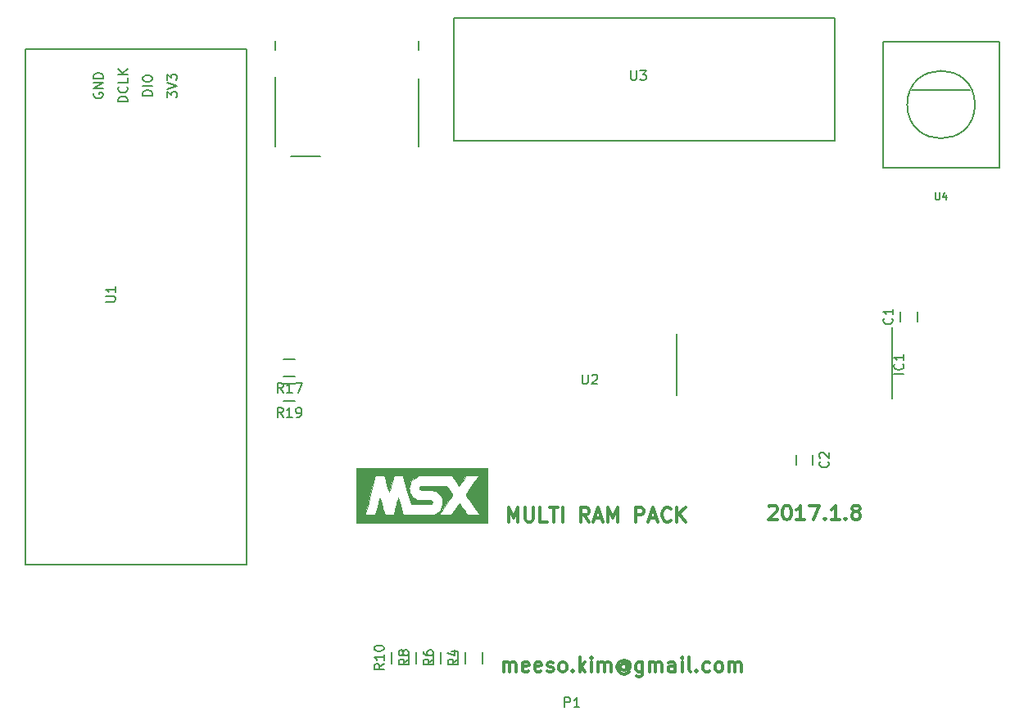
<source format=gto>
G04 #@! TF.FileFunction,Legend,Top*
%FSLAX46Y46*%
G04 Gerber Fmt 4.6, Leading zero omitted, Abs format (unit mm)*
G04 Created by KiCad (PCBNEW 4.0.4-stable) date 01/09/17 01:48:13*
%MOMM*%
%LPD*%
G01*
G04 APERTURE LIST*
%ADD10C,0.100000*%
%ADD11C,0.300000*%
%ADD12C,0.150000*%
%ADD13C,0.203200*%
%ADD14C,0.010000*%
%ADD15C,0.152400*%
G04 APERTURE END LIST*
D10*
D11*
X167675515Y-85478229D02*
X167746944Y-85406800D01*
X167889801Y-85335371D01*
X168246944Y-85335371D01*
X168389801Y-85406800D01*
X168461230Y-85478229D01*
X168532658Y-85621086D01*
X168532658Y-85763943D01*
X168461230Y-85978229D01*
X167604087Y-86835371D01*
X168532658Y-86835371D01*
X169461229Y-85335371D02*
X169604086Y-85335371D01*
X169746943Y-85406800D01*
X169818372Y-85478229D01*
X169889801Y-85621086D01*
X169961229Y-85906800D01*
X169961229Y-86263943D01*
X169889801Y-86549657D01*
X169818372Y-86692514D01*
X169746943Y-86763943D01*
X169604086Y-86835371D01*
X169461229Y-86835371D01*
X169318372Y-86763943D01*
X169246943Y-86692514D01*
X169175515Y-86549657D01*
X169104086Y-86263943D01*
X169104086Y-85906800D01*
X169175515Y-85621086D01*
X169246943Y-85478229D01*
X169318372Y-85406800D01*
X169461229Y-85335371D01*
X171389800Y-86835371D02*
X170532657Y-86835371D01*
X170961229Y-86835371D02*
X170961229Y-85335371D01*
X170818372Y-85549657D01*
X170675514Y-85692514D01*
X170532657Y-85763943D01*
X171889800Y-85335371D02*
X172889800Y-85335371D01*
X172246943Y-86835371D01*
X173461228Y-86692514D02*
X173532656Y-86763943D01*
X173461228Y-86835371D01*
X173389799Y-86763943D01*
X173461228Y-86692514D01*
X173461228Y-86835371D01*
X174961228Y-86835371D02*
X174104085Y-86835371D01*
X174532657Y-86835371D02*
X174532657Y-85335371D01*
X174389800Y-85549657D01*
X174246942Y-85692514D01*
X174104085Y-85763943D01*
X175604085Y-86692514D02*
X175675513Y-86763943D01*
X175604085Y-86835371D01*
X175532656Y-86763943D01*
X175604085Y-86692514D01*
X175604085Y-86835371D01*
X176532657Y-85978229D02*
X176389799Y-85906800D01*
X176318371Y-85835371D01*
X176246942Y-85692514D01*
X176246942Y-85621086D01*
X176318371Y-85478229D01*
X176389799Y-85406800D01*
X176532657Y-85335371D01*
X176818371Y-85335371D01*
X176961228Y-85406800D01*
X177032657Y-85478229D01*
X177104085Y-85621086D01*
X177104085Y-85692514D01*
X177032657Y-85835371D01*
X176961228Y-85906800D01*
X176818371Y-85978229D01*
X176532657Y-85978229D01*
X176389799Y-86049657D01*
X176318371Y-86121086D01*
X176246942Y-86263943D01*
X176246942Y-86549657D01*
X176318371Y-86692514D01*
X176389799Y-86763943D01*
X176532657Y-86835371D01*
X176818371Y-86835371D01*
X176961228Y-86763943D01*
X177032657Y-86692514D01*
X177104085Y-86549657D01*
X177104085Y-86263943D01*
X177032657Y-86121086D01*
X176961228Y-86049657D01*
X176818371Y-85978229D01*
X140266686Y-102557971D02*
X140266686Y-101557971D01*
X140266686Y-101700829D02*
X140338114Y-101629400D01*
X140480972Y-101557971D01*
X140695257Y-101557971D01*
X140838114Y-101629400D01*
X140909543Y-101772257D01*
X140909543Y-102557971D01*
X140909543Y-101772257D02*
X140980972Y-101629400D01*
X141123829Y-101557971D01*
X141338114Y-101557971D01*
X141480972Y-101629400D01*
X141552400Y-101772257D01*
X141552400Y-102557971D01*
X142838114Y-102486543D02*
X142695257Y-102557971D01*
X142409543Y-102557971D01*
X142266686Y-102486543D01*
X142195257Y-102343686D01*
X142195257Y-101772257D01*
X142266686Y-101629400D01*
X142409543Y-101557971D01*
X142695257Y-101557971D01*
X142838114Y-101629400D01*
X142909543Y-101772257D01*
X142909543Y-101915114D01*
X142195257Y-102057971D01*
X144123828Y-102486543D02*
X143980971Y-102557971D01*
X143695257Y-102557971D01*
X143552400Y-102486543D01*
X143480971Y-102343686D01*
X143480971Y-101772257D01*
X143552400Y-101629400D01*
X143695257Y-101557971D01*
X143980971Y-101557971D01*
X144123828Y-101629400D01*
X144195257Y-101772257D01*
X144195257Y-101915114D01*
X143480971Y-102057971D01*
X144766685Y-102486543D02*
X144909542Y-102557971D01*
X145195257Y-102557971D01*
X145338114Y-102486543D01*
X145409542Y-102343686D01*
X145409542Y-102272257D01*
X145338114Y-102129400D01*
X145195257Y-102057971D01*
X144980971Y-102057971D01*
X144838114Y-101986543D01*
X144766685Y-101843686D01*
X144766685Y-101772257D01*
X144838114Y-101629400D01*
X144980971Y-101557971D01*
X145195257Y-101557971D01*
X145338114Y-101629400D01*
X146266686Y-102557971D02*
X146123828Y-102486543D01*
X146052400Y-102415114D01*
X145980971Y-102272257D01*
X145980971Y-101843686D01*
X146052400Y-101700829D01*
X146123828Y-101629400D01*
X146266686Y-101557971D01*
X146480971Y-101557971D01*
X146623828Y-101629400D01*
X146695257Y-101700829D01*
X146766686Y-101843686D01*
X146766686Y-102272257D01*
X146695257Y-102415114D01*
X146623828Y-102486543D01*
X146480971Y-102557971D01*
X146266686Y-102557971D01*
X147409543Y-102415114D02*
X147480971Y-102486543D01*
X147409543Y-102557971D01*
X147338114Y-102486543D01*
X147409543Y-102415114D01*
X147409543Y-102557971D01*
X148123829Y-102557971D02*
X148123829Y-101057971D01*
X148266686Y-101986543D02*
X148695257Y-102557971D01*
X148695257Y-101557971D02*
X148123829Y-102129400D01*
X149338115Y-102557971D02*
X149338115Y-101557971D01*
X149338115Y-101057971D02*
X149266686Y-101129400D01*
X149338115Y-101200829D01*
X149409543Y-101129400D01*
X149338115Y-101057971D01*
X149338115Y-101200829D01*
X150052401Y-102557971D02*
X150052401Y-101557971D01*
X150052401Y-101700829D02*
X150123829Y-101629400D01*
X150266687Y-101557971D01*
X150480972Y-101557971D01*
X150623829Y-101629400D01*
X150695258Y-101772257D01*
X150695258Y-102557971D01*
X150695258Y-101772257D02*
X150766687Y-101629400D01*
X150909544Y-101557971D01*
X151123829Y-101557971D01*
X151266687Y-101629400D01*
X151338115Y-101772257D01*
X151338115Y-102557971D01*
X152980972Y-101843686D02*
X152909544Y-101772257D01*
X152766687Y-101700829D01*
X152623829Y-101700829D01*
X152480972Y-101772257D01*
X152409544Y-101843686D01*
X152338115Y-101986543D01*
X152338115Y-102129400D01*
X152409544Y-102272257D01*
X152480972Y-102343686D01*
X152623829Y-102415114D01*
X152766687Y-102415114D01*
X152909544Y-102343686D01*
X152980972Y-102272257D01*
X152980972Y-101700829D02*
X152980972Y-102272257D01*
X153052401Y-102343686D01*
X153123829Y-102343686D01*
X153266687Y-102272257D01*
X153338115Y-102129400D01*
X153338115Y-101772257D01*
X153195258Y-101557971D01*
X152980972Y-101415114D01*
X152695258Y-101343686D01*
X152409544Y-101415114D01*
X152195258Y-101557971D01*
X152052401Y-101772257D01*
X151980972Y-102057971D01*
X152052401Y-102343686D01*
X152195258Y-102557971D01*
X152409544Y-102700829D01*
X152695258Y-102772257D01*
X152980972Y-102700829D01*
X153195258Y-102557971D01*
X154623829Y-101557971D02*
X154623829Y-102772257D01*
X154552400Y-102915114D01*
X154480972Y-102986543D01*
X154338115Y-103057971D01*
X154123829Y-103057971D01*
X153980972Y-102986543D01*
X154623829Y-102486543D02*
X154480972Y-102557971D01*
X154195258Y-102557971D01*
X154052400Y-102486543D01*
X153980972Y-102415114D01*
X153909543Y-102272257D01*
X153909543Y-101843686D01*
X153980972Y-101700829D01*
X154052400Y-101629400D01*
X154195258Y-101557971D01*
X154480972Y-101557971D01*
X154623829Y-101629400D01*
X155338115Y-102557971D02*
X155338115Y-101557971D01*
X155338115Y-101700829D02*
X155409543Y-101629400D01*
X155552401Y-101557971D01*
X155766686Y-101557971D01*
X155909543Y-101629400D01*
X155980972Y-101772257D01*
X155980972Y-102557971D01*
X155980972Y-101772257D02*
X156052401Y-101629400D01*
X156195258Y-101557971D01*
X156409543Y-101557971D01*
X156552401Y-101629400D01*
X156623829Y-101772257D01*
X156623829Y-102557971D01*
X157980972Y-102557971D02*
X157980972Y-101772257D01*
X157909543Y-101629400D01*
X157766686Y-101557971D01*
X157480972Y-101557971D01*
X157338115Y-101629400D01*
X157980972Y-102486543D02*
X157838115Y-102557971D01*
X157480972Y-102557971D01*
X157338115Y-102486543D01*
X157266686Y-102343686D01*
X157266686Y-102200829D01*
X157338115Y-102057971D01*
X157480972Y-101986543D01*
X157838115Y-101986543D01*
X157980972Y-101915114D01*
X158695258Y-102557971D02*
X158695258Y-101557971D01*
X158695258Y-101057971D02*
X158623829Y-101129400D01*
X158695258Y-101200829D01*
X158766686Y-101129400D01*
X158695258Y-101057971D01*
X158695258Y-101200829D01*
X159623830Y-102557971D02*
X159480972Y-102486543D01*
X159409544Y-102343686D01*
X159409544Y-101057971D01*
X160195258Y-102415114D02*
X160266686Y-102486543D01*
X160195258Y-102557971D01*
X160123829Y-102486543D01*
X160195258Y-102415114D01*
X160195258Y-102557971D01*
X161552401Y-102486543D02*
X161409544Y-102557971D01*
X161123830Y-102557971D01*
X160980972Y-102486543D01*
X160909544Y-102415114D01*
X160838115Y-102272257D01*
X160838115Y-101843686D01*
X160909544Y-101700829D01*
X160980972Y-101629400D01*
X161123830Y-101557971D01*
X161409544Y-101557971D01*
X161552401Y-101629400D01*
X162409544Y-102557971D02*
X162266686Y-102486543D01*
X162195258Y-102415114D01*
X162123829Y-102272257D01*
X162123829Y-101843686D01*
X162195258Y-101700829D01*
X162266686Y-101629400D01*
X162409544Y-101557971D01*
X162623829Y-101557971D01*
X162766686Y-101629400D01*
X162838115Y-101700829D01*
X162909544Y-101843686D01*
X162909544Y-102272257D01*
X162838115Y-102415114D01*
X162766686Y-102486543D01*
X162623829Y-102557971D01*
X162409544Y-102557971D01*
X163552401Y-102557971D02*
X163552401Y-101557971D01*
X163552401Y-101700829D02*
X163623829Y-101629400D01*
X163766687Y-101557971D01*
X163980972Y-101557971D01*
X164123829Y-101629400D01*
X164195258Y-101772257D01*
X164195258Y-102557971D01*
X164195258Y-101772257D02*
X164266687Y-101629400D01*
X164409544Y-101557971D01*
X164623829Y-101557971D01*
X164766687Y-101629400D01*
X164838115Y-101772257D01*
X164838115Y-102557971D01*
X140752857Y-87038571D02*
X140752857Y-85538571D01*
X141252857Y-86610000D01*
X141752857Y-85538571D01*
X141752857Y-87038571D01*
X142467143Y-85538571D02*
X142467143Y-86752857D01*
X142538571Y-86895714D01*
X142610000Y-86967143D01*
X142752857Y-87038571D01*
X143038571Y-87038571D01*
X143181429Y-86967143D01*
X143252857Y-86895714D01*
X143324286Y-86752857D01*
X143324286Y-85538571D01*
X144752858Y-87038571D02*
X144038572Y-87038571D01*
X144038572Y-85538571D01*
X145038572Y-85538571D02*
X145895715Y-85538571D01*
X145467144Y-87038571D02*
X145467144Y-85538571D01*
X146395715Y-87038571D02*
X146395715Y-85538571D01*
X149110001Y-87038571D02*
X148610001Y-86324286D01*
X148252858Y-87038571D02*
X148252858Y-85538571D01*
X148824286Y-85538571D01*
X148967144Y-85610000D01*
X149038572Y-85681429D01*
X149110001Y-85824286D01*
X149110001Y-86038571D01*
X149038572Y-86181429D01*
X148967144Y-86252857D01*
X148824286Y-86324286D01*
X148252858Y-86324286D01*
X149681429Y-86610000D02*
X150395715Y-86610000D01*
X149538572Y-87038571D02*
X150038572Y-85538571D01*
X150538572Y-87038571D01*
X151038572Y-87038571D02*
X151038572Y-85538571D01*
X151538572Y-86610000D01*
X152038572Y-85538571D01*
X152038572Y-87038571D01*
X153895715Y-87038571D02*
X153895715Y-85538571D01*
X154467143Y-85538571D01*
X154610001Y-85610000D01*
X154681429Y-85681429D01*
X154752858Y-85824286D01*
X154752858Y-86038571D01*
X154681429Y-86181429D01*
X154610001Y-86252857D01*
X154467143Y-86324286D01*
X153895715Y-86324286D01*
X155324286Y-86610000D02*
X156038572Y-86610000D01*
X155181429Y-87038571D02*
X155681429Y-85538571D01*
X156181429Y-87038571D01*
X157538572Y-86895714D02*
X157467143Y-86967143D01*
X157252857Y-87038571D01*
X157110000Y-87038571D01*
X156895715Y-86967143D01*
X156752857Y-86824286D01*
X156681429Y-86681429D01*
X156610000Y-86395714D01*
X156610000Y-86181429D01*
X156681429Y-85895714D01*
X156752857Y-85752857D01*
X156895715Y-85610000D01*
X157110000Y-85538571D01*
X157252857Y-85538571D01*
X157467143Y-85610000D01*
X157538572Y-85681429D01*
X158181429Y-87038571D02*
X158181429Y-85538571D01*
X159038572Y-87038571D02*
X158395715Y-86181429D01*
X159038572Y-85538571D02*
X158181429Y-86395714D01*
D12*
X135128000Y-47625000D02*
X135128000Y-34925000D01*
X135128000Y-34925000D02*
X174498000Y-34925000D01*
X174498000Y-34925000D02*
X174498000Y-47625000D01*
X135128000Y-47625000D02*
X174498000Y-47625000D01*
X113665000Y-38100000D02*
X90805000Y-38100000D01*
X90805000Y-91440000D02*
X113665000Y-91440000D01*
X113665000Y-91440000D02*
X113665000Y-38100000D01*
X90805000Y-91440000D02*
X90805000Y-38100000D01*
X131479000Y-37243000D02*
X131479000Y-38243000D01*
X116679000Y-38243000D02*
X116679000Y-37243000D01*
X131479000Y-41143000D02*
X131479000Y-48243000D01*
X116679000Y-48243000D02*
X116679000Y-41043000D01*
X121279000Y-49243000D02*
X118279000Y-49243000D01*
X138035000Y-100492000D02*
X138035000Y-101692000D01*
X136285000Y-101692000D02*
X136285000Y-100492000D01*
X135495000Y-100492000D02*
X135495000Y-101692000D01*
X133745000Y-101692000D02*
X133745000Y-100492000D01*
X132955000Y-100492000D02*
X132955000Y-101692000D01*
X131205000Y-101692000D02*
X131205000Y-100492000D01*
X130415000Y-100492000D02*
X130415000Y-101692000D01*
X128665000Y-101692000D02*
X128665000Y-100492000D01*
D13*
X188470800Y-42365800D02*
X182470800Y-42365800D01*
X188970800Y-43865800D02*
G75*
G03X188970800Y-43865800I-3500000J0D01*
G01*
X191470800Y-50365800D02*
X179470800Y-50365800D01*
X179470800Y-50365800D02*
X179470800Y-37365800D01*
X179470800Y-37365800D02*
X191470800Y-37365800D01*
X191470800Y-37365800D02*
X191470800Y-50365800D01*
D12*
X180417840Y-66877620D02*
X180417840Y-74302620D01*
X158180740Y-67607180D02*
X158180740Y-73957180D01*
X181293400Y-65311400D02*
X181293400Y-66311400D01*
X182993400Y-66311400D02*
X182993400Y-65311400D01*
X172173000Y-81145000D02*
X172173000Y-80145000D01*
X170473000Y-80145000D02*
X170473000Y-81145000D01*
X117510000Y-70245000D02*
X118710000Y-70245000D01*
X118710000Y-71995000D02*
X117510000Y-71995000D01*
X117510000Y-72785000D02*
X118710000Y-72785000D01*
X118710000Y-74535000D02*
X117510000Y-74535000D01*
D14*
G36*
X138599333Y-87113533D02*
X125052667Y-87113533D01*
X125052667Y-86256283D01*
X125951541Y-86256283D01*
X125963332Y-86278982D01*
X126024308Y-86294602D01*
X126144355Y-86304134D01*
X126333359Y-86308570D01*
X126478934Y-86309200D01*
X127025260Y-86309200D01*
X127234880Y-85441935D01*
X127298068Y-85184611D01*
X127355715Y-84957582D01*
X127404608Y-84772879D01*
X127441536Y-84642535D01*
X127463285Y-84578584D01*
X127466586Y-84574101D01*
X127484903Y-84612426D01*
X127520564Y-84718324D01*
X127569136Y-84877550D01*
X127626184Y-85075860D01*
X127654188Y-85176783D01*
X127720618Y-85417256D01*
X127786653Y-85653438D01*
X127845565Y-85861448D01*
X127890626Y-86017406D01*
X127898686Y-86044616D01*
X127977667Y-86309200D01*
X128441333Y-86309200D01*
X128628041Y-86308298D01*
X128778820Y-86305856D01*
X128876542Y-86302262D01*
X128905096Y-86298616D01*
X128915705Y-86251327D01*
X128944719Y-86137903D01*
X128988169Y-85972951D01*
X129042089Y-85771078D01*
X129102511Y-85546892D01*
X129165467Y-85314998D01*
X129226991Y-85090005D01*
X129283114Y-84886519D01*
X129329869Y-84719148D01*
X129363289Y-84602498D01*
X129379406Y-84551176D01*
X129380020Y-84550068D01*
X129394834Y-84584420D01*
X129427693Y-84689113D01*
X129475256Y-84852568D01*
X129534185Y-85063204D01*
X129601141Y-85309441D01*
X129628387Y-85411414D01*
X129861481Y-86288033D01*
X131445490Y-86299141D01*
X133029498Y-86310248D01*
X133249462Y-86202630D01*
X133524523Y-86023960D01*
X133736747Y-85791262D01*
X133881639Y-85511863D01*
X133954707Y-85193087D01*
X133962957Y-85039200D01*
X133926164Y-84707097D01*
X133813724Y-84412966D01*
X133625451Y-84156387D01*
X133535775Y-84070218D01*
X133402468Y-83963597D01*
X133268811Y-83884835D01*
X133118860Y-83829985D01*
X132936673Y-83795105D01*
X132706307Y-83776248D01*
X132411819Y-83769470D01*
X132319209Y-83769199D01*
X132039698Y-83766455D01*
X131833907Y-83756060D01*
X131691003Y-83734771D01*
X131600155Y-83699346D01*
X131550529Y-83646541D01*
X131531294Y-83573114D01*
X131529666Y-83532829D01*
X131531642Y-83472313D01*
X131543045Y-83423506D01*
X131572094Y-83385149D01*
X131627006Y-83355983D01*
X131715998Y-83334751D01*
X131847288Y-83320193D01*
X132029092Y-83311051D01*
X132269628Y-83306066D01*
X132577114Y-83303981D01*
X132959765Y-83303536D01*
X133026813Y-83303533D01*
X134390913Y-83303533D01*
X134698430Y-83753390D01*
X134814422Y-83930052D01*
X134906020Y-84083200D01*
X134965100Y-84198267D01*
X134983540Y-84260687D01*
X134982851Y-84263434D01*
X134953338Y-84312740D01*
X134881587Y-84421807D01*
X134774060Y-84581135D01*
X134637221Y-84781225D01*
X134477530Y-85012579D01*
X134301452Y-85265699D01*
X134281878Y-85293723D01*
X134105929Y-85546301D01*
X133946967Y-85775992D01*
X133811163Y-85973757D01*
X133704690Y-86130555D01*
X133633720Y-86237349D01*
X133604425Y-86285097D01*
X133604000Y-86286513D01*
X133643878Y-86294454D01*
X133753696Y-86301181D01*
X133918732Y-86306163D01*
X134124261Y-86308867D01*
X134231227Y-86309200D01*
X134858455Y-86309200D01*
X135672237Y-85116442D01*
X135900171Y-85427071D01*
X136036225Y-85613778D01*
X136184582Y-85819372D01*
X136315832Y-86003072D01*
X136330268Y-86023450D01*
X136532432Y-86309199D01*
X137142549Y-86309200D01*
X137358875Y-86307469D01*
X137541458Y-86302711D01*
X137675372Y-86295572D01*
X137745687Y-86286702D01*
X137752667Y-86282704D01*
X137729187Y-86242600D01*
X137662868Y-86142457D01*
X137559890Y-85991266D01*
X137426433Y-85798023D01*
X137268677Y-85571719D01*
X137092804Y-85321348D01*
X137061724Y-85277288D01*
X136881817Y-85022112D01*
X136717287Y-84788205D01*
X136574643Y-84584863D01*
X136460394Y-84421382D01*
X136381048Y-84307059D01*
X136343114Y-84251188D01*
X136341411Y-84248447D01*
X136357018Y-84200909D01*
X136417862Y-84092955D01*
X136518945Y-83932322D01*
X136655266Y-83726745D01*
X136821825Y-83483960D01*
X136990021Y-83244860D01*
X137166962Y-82995170D01*
X137326682Y-82768245D01*
X137462903Y-82573132D01*
X137569344Y-82418878D01*
X137639724Y-82314529D01*
X137667766Y-82269131D01*
X137668000Y-82268196D01*
X137628128Y-82260221D01*
X137518350Y-82253642D01*
X137353423Y-82248969D01*
X137148101Y-82246711D01*
X137043583Y-82246625D01*
X136419167Y-82248051D01*
X136130756Y-82662016D01*
X136007792Y-82837040D01*
X135893426Y-82997201D01*
X135801369Y-83123452D01*
X135749756Y-83191308D01*
X135657167Y-83306634D01*
X135276167Y-82775348D01*
X134895167Y-82244061D01*
X133201833Y-82255213D01*
X131508500Y-82266366D01*
X131270586Y-82377921D01*
X130970350Y-82554919D01*
X130745153Y-82770310D01*
X130593362Y-83026570D01*
X130513348Y-83326171D01*
X130499063Y-83548032D01*
X130505573Y-83729570D01*
X130530473Y-83871339D01*
X130583850Y-84014333D01*
X130644433Y-84138821D01*
X130814619Y-84400650D01*
X131021775Y-84598805D01*
X131256136Y-84724432D01*
X131308486Y-84740935D01*
X131405947Y-84756323D01*
X131568730Y-84769378D01*
X131777500Y-84779057D01*
X132012920Y-84784316D01*
X132124450Y-84784963D01*
X132416176Y-84787919D01*
X132628039Y-84796770D01*
X132764661Y-84811848D01*
X132830662Y-84833485D01*
X132833533Y-84836000D01*
X132878497Y-84928500D01*
X132882836Y-85047860D01*
X132849875Y-85156021D01*
X132801037Y-85207799D01*
X132726845Y-85223146D01*
X132572119Y-85234230D01*
X132340888Y-85240933D01*
X132037185Y-85243131D01*
X131694255Y-85241039D01*
X130670768Y-85229700D01*
X130295642Y-83896200D01*
X130203003Y-83566784D01*
X130115951Y-83257043D01*
X130037610Y-82978103D01*
X129971101Y-82741089D01*
X129919547Y-82557124D01*
X129886070Y-82437334D01*
X129876413Y-82402538D01*
X129832309Y-82242376D01*
X128928057Y-82266366D01*
X128692953Y-83070700D01*
X128619485Y-83321269D01*
X128553122Y-83546145D01*
X128497874Y-83731849D01*
X128457754Y-83864905D01*
X128436774Y-83931837D01*
X128435693Y-83934895D01*
X128418319Y-83914915D01*
X128382763Y-83824311D01*
X128332715Y-83674254D01*
X128271866Y-83475912D01*
X128203904Y-83240455D01*
X128190941Y-83194062D01*
X128120958Y-82942460D01*
X128057772Y-82715553D01*
X128005258Y-82527233D01*
X127967290Y-82391391D01*
X127947743Y-82321919D01*
X127946987Y-82319283D01*
X127928238Y-82286788D01*
X127884462Y-82265333D01*
X127800851Y-82252718D01*
X127662594Y-82246741D01*
X127454883Y-82245200D01*
X126971549Y-82245200D01*
X126471011Y-84224283D01*
X126370613Y-84620806D01*
X126276162Y-84992986D01*
X126189755Y-85332624D01*
X126113487Y-85631522D01*
X126049455Y-85881480D01*
X125999754Y-86074299D01*
X125966481Y-86201782D01*
X125951731Y-86255728D01*
X125951541Y-86256283D01*
X125052667Y-86256283D01*
X125052667Y-81483200D01*
X138599333Y-81483200D01*
X138599333Y-87113533D01*
X138599333Y-87113533D01*
G37*
X138599333Y-87113533D02*
X125052667Y-87113533D01*
X125052667Y-86256283D01*
X125951541Y-86256283D01*
X125963332Y-86278982D01*
X126024308Y-86294602D01*
X126144355Y-86304134D01*
X126333359Y-86308570D01*
X126478934Y-86309200D01*
X127025260Y-86309200D01*
X127234880Y-85441935D01*
X127298068Y-85184611D01*
X127355715Y-84957582D01*
X127404608Y-84772879D01*
X127441536Y-84642535D01*
X127463285Y-84578584D01*
X127466586Y-84574101D01*
X127484903Y-84612426D01*
X127520564Y-84718324D01*
X127569136Y-84877550D01*
X127626184Y-85075860D01*
X127654188Y-85176783D01*
X127720618Y-85417256D01*
X127786653Y-85653438D01*
X127845565Y-85861448D01*
X127890626Y-86017406D01*
X127898686Y-86044616D01*
X127977667Y-86309200D01*
X128441333Y-86309200D01*
X128628041Y-86308298D01*
X128778820Y-86305856D01*
X128876542Y-86302262D01*
X128905096Y-86298616D01*
X128915705Y-86251327D01*
X128944719Y-86137903D01*
X128988169Y-85972951D01*
X129042089Y-85771078D01*
X129102511Y-85546892D01*
X129165467Y-85314998D01*
X129226991Y-85090005D01*
X129283114Y-84886519D01*
X129329869Y-84719148D01*
X129363289Y-84602498D01*
X129379406Y-84551176D01*
X129380020Y-84550068D01*
X129394834Y-84584420D01*
X129427693Y-84689113D01*
X129475256Y-84852568D01*
X129534185Y-85063204D01*
X129601141Y-85309441D01*
X129628387Y-85411414D01*
X129861481Y-86288033D01*
X131445490Y-86299141D01*
X133029498Y-86310248D01*
X133249462Y-86202630D01*
X133524523Y-86023960D01*
X133736747Y-85791262D01*
X133881639Y-85511863D01*
X133954707Y-85193087D01*
X133962957Y-85039200D01*
X133926164Y-84707097D01*
X133813724Y-84412966D01*
X133625451Y-84156387D01*
X133535775Y-84070218D01*
X133402468Y-83963597D01*
X133268811Y-83884835D01*
X133118860Y-83829985D01*
X132936673Y-83795105D01*
X132706307Y-83776248D01*
X132411819Y-83769470D01*
X132319209Y-83769199D01*
X132039698Y-83766455D01*
X131833907Y-83756060D01*
X131691003Y-83734771D01*
X131600155Y-83699346D01*
X131550529Y-83646541D01*
X131531294Y-83573114D01*
X131529666Y-83532829D01*
X131531642Y-83472313D01*
X131543045Y-83423506D01*
X131572094Y-83385149D01*
X131627006Y-83355983D01*
X131715998Y-83334751D01*
X131847288Y-83320193D01*
X132029092Y-83311051D01*
X132269628Y-83306066D01*
X132577114Y-83303981D01*
X132959765Y-83303536D01*
X133026813Y-83303533D01*
X134390913Y-83303533D01*
X134698430Y-83753390D01*
X134814422Y-83930052D01*
X134906020Y-84083200D01*
X134965100Y-84198267D01*
X134983540Y-84260687D01*
X134982851Y-84263434D01*
X134953338Y-84312740D01*
X134881587Y-84421807D01*
X134774060Y-84581135D01*
X134637221Y-84781225D01*
X134477530Y-85012579D01*
X134301452Y-85265699D01*
X134281878Y-85293723D01*
X134105929Y-85546301D01*
X133946967Y-85775992D01*
X133811163Y-85973757D01*
X133704690Y-86130555D01*
X133633720Y-86237349D01*
X133604425Y-86285097D01*
X133604000Y-86286513D01*
X133643878Y-86294454D01*
X133753696Y-86301181D01*
X133918732Y-86306163D01*
X134124261Y-86308867D01*
X134231227Y-86309200D01*
X134858455Y-86309200D01*
X135672237Y-85116442D01*
X135900171Y-85427071D01*
X136036225Y-85613778D01*
X136184582Y-85819372D01*
X136315832Y-86003072D01*
X136330268Y-86023450D01*
X136532432Y-86309199D01*
X137142549Y-86309200D01*
X137358875Y-86307469D01*
X137541458Y-86302711D01*
X137675372Y-86295572D01*
X137745687Y-86286702D01*
X137752667Y-86282704D01*
X137729187Y-86242600D01*
X137662868Y-86142457D01*
X137559890Y-85991266D01*
X137426433Y-85798023D01*
X137268677Y-85571719D01*
X137092804Y-85321348D01*
X137061724Y-85277288D01*
X136881817Y-85022112D01*
X136717287Y-84788205D01*
X136574643Y-84584863D01*
X136460394Y-84421382D01*
X136381048Y-84307059D01*
X136343114Y-84251188D01*
X136341411Y-84248447D01*
X136357018Y-84200909D01*
X136417862Y-84092955D01*
X136518945Y-83932322D01*
X136655266Y-83726745D01*
X136821825Y-83483960D01*
X136990021Y-83244860D01*
X137166962Y-82995170D01*
X137326682Y-82768245D01*
X137462903Y-82573132D01*
X137569344Y-82418878D01*
X137639724Y-82314529D01*
X137667766Y-82269131D01*
X137668000Y-82268196D01*
X137628128Y-82260221D01*
X137518350Y-82253642D01*
X137353423Y-82248969D01*
X137148101Y-82246711D01*
X137043583Y-82246625D01*
X136419167Y-82248051D01*
X136130756Y-82662016D01*
X136007792Y-82837040D01*
X135893426Y-82997201D01*
X135801369Y-83123452D01*
X135749756Y-83191308D01*
X135657167Y-83306634D01*
X135276167Y-82775348D01*
X134895167Y-82244061D01*
X133201833Y-82255213D01*
X131508500Y-82266366D01*
X131270586Y-82377921D01*
X130970350Y-82554919D01*
X130745153Y-82770310D01*
X130593362Y-83026570D01*
X130513348Y-83326171D01*
X130499063Y-83548032D01*
X130505573Y-83729570D01*
X130530473Y-83871339D01*
X130583850Y-84014333D01*
X130644433Y-84138821D01*
X130814619Y-84400650D01*
X131021775Y-84598805D01*
X131256136Y-84724432D01*
X131308486Y-84740935D01*
X131405947Y-84756323D01*
X131568730Y-84769378D01*
X131777500Y-84779057D01*
X132012920Y-84784316D01*
X132124450Y-84784963D01*
X132416176Y-84787919D01*
X132628039Y-84796770D01*
X132764661Y-84811848D01*
X132830662Y-84833485D01*
X132833533Y-84836000D01*
X132878497Y-84928500D01*
X132882836Y-85047860D01*
X132849875Y-85156021D01*
X132801037Y-85207799D01*
X132726845Y-85223146D01*
X132572119Y-85234230D01*
X132340888Y-85240933D01*
X132037185Y-85243131D01*
X131694255Y-85241039D01*
X130670768Y-85229700D01*
X130295642Y-83896200D01*
X130203003Y-83566784D01*
X130115951Y-83257043D01*
X130037610Y-82978103D01*
X129971101Y-82741089D01*
X129919547Y-82557124D01*
X129886070Y-82437334D01*
X129876413Y-82402538D01*
X129832309Y-82242376D01*
X128928057Y-82266366D01*
X128692953Y-83070700D01*
X128619485Y-83321269D01*
X128553122Y-83546145D01*
X128497874Y-83731849D01*
X128457754Y-83864905D01*
X128436774Y-83931837D01*
X128435693Y-83934895D01*
X128418319Y-83914915D01*
X128382763Y-83824311D01*
X128332715Y-83674254D01*
X128271866Y-83475912D01*
X128203904Y-83240455D01*
X128190941Y-83194062D01*
X128120958Y-82942460D01*
X128057772Y-82715553D01*
X128005258Y-82527233D01*
X127967290Y-82391391D01*
X127947743Y-82321919D01*
X127946987Y-82319283D01*
X127928238Y-82286788D01*
X127884462Y-82265333D01*
X127800851Y-82252718D01*
X127662594Y-82246741D01*
X127454883Y-82245200D01*
X126971549Y-82245200D01*
X126471011Y-84224283D01*
X126370613Y-84620806D01*
X126276162Y-84992986D01*
X126189755Y-85332624D01*
X126113487Y-85631522D01*
X126049455Y-85881480D01*
X125999754Y-86074299D01*
X125966481Y-86201782D01*
X125951731Y-86255728D01*
X125951541Y-86256283D01*
X125052667Y-86256283D01*
X125052667Y-81483200D01*
X138599333Y-81483200D01*
X138599333Y-87113533D01*
D12*
X153416095Y-40346381D02*
X153416095Y-41155905D01*
X153463714Y-41251143D01*
X153511333Y-41298762D01*
X153606571Y-41346381D01*
X153797048Y-41346381D01*
X153892286Y-41298762D01*
X153939905Y-41251143D01*
X153987524Y-41155905D01*
X153987524Y-40346381D01*
X154368476Y-40346381D02*
X154987524Y-40346381D01*
X154654190Y-40727333D01*
X154797048Y-40727333D01*
X154892286Y-40774952D01*
X154939905Y-40822571D01*
X154987524Y-40917810D01*
X154987524Y-41155905D01*
X154939905Y-41251143D01*
X154892286Y-41298762D01*
X154797048Y-41346381D01*
X154511333Y-41346381D01*
X154416095Y-41298762D01*
X154368476Y-41251143D01*
X146571745Y-106199821D02*
X146571745Y-105199821D01*
X146952698Y-105199821D01*
X147047936Y-105247440D01*
X147095555Y-105295059D01*
X147143174Y-105390297D01*
X147143174Y-105533154D01*
X147095555Y-105628392D01*
X147047936Y-105676011D01*
X146952698Y-105723630D01*
X146571745Y-105723630D01*
X148095555Y-106199821D02*
X147524126Y-106199821D01*
X147809840Y-106199821D02*
X147809840Y-105199821D01*
X147714602Y-105342678D01*
X147619364Y-105437916D01*
X147524126Y-105485535D01*
X148386895Y-71791581D02*
X148386895Y-72601105D01*
X148434514Y-72696343D01*
X148482133Y-72743962D01*
X148577371Y-72791581D01*
X148767848Y-72791581D01*
X148863086Y-72743962D01*
X148910705Y-72696343D01*
X148958324Y-72601105D01*
X148958324Y-71791581D01*
X149386895Y-71886819D02*
X149434514Y-71839200D01*
X149529752Y-71791581D01*
X149767848Y-71791581D01*
X149863086Y-71839200D01*
X149910705Y-71886819D01*
X149958324Y-71982057D01*
X149958324Y-72077295D01*
X149910705Y-72220152D01*
X149339276Y-72791581D01*
X149958324Y-72791581D01*
X99147381Y-64261905D02*
X99956905Y-64261905D01*
X100052143Y-64214286D01*
X100099762Y-64166667D01*
X100147381Y-64071429D01*
X100147381Y-63880952D01*
X100099762Y-63785714D01*
X100052143Y-63738095D01*
X99956905Y-63690476D01*
X99147381Y-63690476D01*
X100147381Y-62690476D02*
X100147381Y-63261905D01*
X100147381Y-62976191D02*
X99147381Y-62976191D01*
X99290238Y-63071429D01*
X99385476Y-63166667D01*
X99433095Y-63261905D01*
X105497381Y-43148095D02*
X105497381Y-42529047D01*
X105878333Y-42862381D01*
X105878333Y-42719523D01*
X105925952Y-42624285D01*
X105973571Y-42576666D01*
X106068810Y-42529047D01*
X106306905Y-42529047D01*
X106402143Y-42576666D01*
X106449762Y-42624285D01*
X106497381Y-42719523D01*
X106497381Y-43005238D01*
X106449762Y-43100476D01*
X106402143Y-43148095D01*
X105497381Y-42243333D02*
X106497381Y-41910000D01*
X105497381Y-41576666D01*
X105497381Y-41338571D02*
X105497381Y-40719523D01*
X105878333Y-41052857D01*
X105878333Y-40909999D01*
X105925952Y-40814761D01*
X105973571Y-40767142D01*
X106068810Y-40719523D01*
X106306905Y-40719523D01*
X106402143Y-40767142D01*
X106449762Y-40814761D01*
X106497381Y-40909999D01*
X106497381Y-41195714D01*
X106449762Y-41290952D01*
X106402143Y-41338571D01*
X103957381Y-42933809D02*
X102957381Y-42933809D01*
X102957381Y-42695714D01*
X103005000Y-42552856D01*
X103100238Y-42457618D01*
X103195476Y-42409999D01*
X103385952Y-42362380D01*
X103528810Y-42362380D01*
X103719286Y-42409999D01*
X103814524Y-42457618D01*
X103909762Y-42552856D01*
X103957381Y-42695714D01*
X103957381Y-42933809D01*
X103957381Y-41933809D02*
X102957381Y-41933809D01*
X102957381Y-41267143D02*
X102957381Y-41076666D01*
X103005000Y-40981428D01*
X103100238Y-40886190D01*
X103290714Y-40838571D01*
X103624048Y-40838571D01*
X103814524Y-40886190D01*
X103909762Y-40981428D01*
X103957381Y-41076666D01*
X103957381Y-41267143D01*
X103909762Y-41362381D01*
X103814524Y-41457619D01*
X103624048Y-41505238D01*
X103290714Y-41505238D01*
X103100238Y-41457619D01*
X103005000Y-41362381D01*
X102957381Y-41267143D01*
X101417381Y-43576667D02*
X100417381Y-43576667D01*
X100417381Y-43338572D01*
X100465000Y-43195714D01*
X100560238Y-43100476D01*
X100655476Y-43052857D01*
X100845952Y-43005238D01*
X100988810Y-43005238D01*
X101179286Y-43052857D01*
X101274524Y-43100476D01*
X101369762Y-43195714D01*
X101417381Y-43338572D01*
X101417381Y-43576667D01*
X101322143Y-42005238D02*
X101369762Y-42052857D01*
X101417381Y-42195714D01*
X101417381Y-42290952D01*
X101369762Y-42433810D01*
X101274524Y-42529048D01*
X101179286Y-42576667D01*
X100988810Y-42624286D01*
X100845952Y-42624286D01*
X100655476Y-42576667D01*
X100560238Y-42529048D01*
X100465000Y-42433810D01*
X100417381Y-42290952D01*
X100417381Y-42195714D01*
X100465000Y-42052857D01*
X100512619Y-42005238D01*
X101417381Y-41100476D02*
X101417381Y-41576667D01*
X100417381Y-41576667D01*
X101417381Y-40767143D02*
X100417381Y-40767143D01*
X101417381Y-40195714D02*
X100845952Y-40624286D01*
X100417381Y-40195714D02*
X100988810Y-40767143D01*
X97925000Y-42671904D02*
X97877381Y-42767142D01*
X97877381Y-42909999D01*
X97925000Y-43052857D01*
X98020238Y-43148095D01*
X98115476Y-43195714D01*
X98305952Y-43243333D01*
X98448810Y-43243333D01*
X98639286Y-43195714D01*
X98734524Y-43148095D01*
X98829762Y-43052857D01*
X98877381Y-42909999D01*
X98877381Y-42814761D01*
X98829762Y-42671904D01*
X98782143Y-42624285D01*
X98448810Y-42624285D01*
X98448810Y-42814761D01*
X98877381Y-42195714D02*
X97877381Y-42195714D01*
X98877381Y-41624285D01*
X97877381Y-41624285D01*
X98877381Y-41148095D02*
X97877381Y-41148095D01*
X97877381Y-40910000D01*
X97925000Y-40767142D01*
X98020238Y-40671904D01*
X98115476Y-40624285D01*
X98305952Y-40576666D01*
X98448810Y-40576666D01*
X98639286Y-40624285D01*
X98734524Y-40671904D01*
X98829762Y-40767142D01*
X98877381Y-40910000D01*
X98877381Y-41148095D01*
X135512381Y-101258666D02*
X135036190Y-101592000D01*
X135512381Y-101830095D02*
X134512381Y-101830095D01*
X134512381Y-101449142D01*
X134560000Y-101353904D01*
X134607619Y-101306285D01*
X134702857Y-101258666D01*
X134845714Y-101258666D01*
X134940952Y-101306285D01*
X134988571Y-101353904D01*
X135036190Y-101449142D01*
X135036190Y-101830095D01*
X134845714Y-100401523D02*
X135512381Y-100401523D01*
X134464762Y-100639619D02*
X135179048Y-100877714D01*
X135179048Y-100258666D01*
X132972381Y-101258666D02*
X132496190Y-101592000D01*
X132972381Y-101830095D02*
X131972381Y-101830095D01*
X131972381Y-101449142D01*
X132020000Y-101353904D01*
X132067619Y-101306285D01*
X132162857Y-101258666D01*
X132305714Y-101258666D01*
X132400952Y-101306285D01*
X132448571Y-101353904D01*
X132496190Y-101449142D01*
X132496190Y-101830095D01*
X131972381Y-100401523D02*
X131972381Y-100592000D01*
X132020000Y-100687238D01*
X132067619Y-100734857D01*
X132210476Y-100830095D01*
X132400952Y-100877714D01*
X132781905Y-100877714D01*
X132877143Y-100830095D01*
X132924762Y-100782476D01*
X132972381Y-100687238D01*
X132972381Y-100496761D01*
X132924762Y-100401523D01*
X132877143Y-100353904D01*
X132781905Y-100306285D01*
X132543810Y-100306285D01*
X132448571Y-100353904D01*
X132400952Y-100401523D01*
X132353333Y-100496761D01*
X132353333Y-100687238D01*
X132400952Y-100782476D01*
X132448571Y-100830095D01*
X132543810Y-100877714D01*
X130432381Y-101258666D02*
X129956190Y-101592000D01*
X130432381Y-101830095D02*
X129432381Y-101830095D01*
X129432381Y-101449142D01*
X129480000Y-101353904D01*
X129527619Y-101306285D01*
X129622857Y-101258666D01*
X129765714Y-101258666D01*
X129860952Y-101306285D01*
X129908571Y-101353904D01*
X129956190Y-101449142D01*
X129956190Y-101830095D01*
X129860952Y-100687238D02*
X129813333Y-100782476D01*
X129765714Y-100830095D01*
X129670476Y-100877714D01*
X129622857Y-100877714D01*
X129527619Y-100830095D01*
X129480000Y-100782476D01*
X129432381Y-100687238D01*
X129432381Y-100496761D01*
X129480000Y-100401523D01*
X129527619Y-100353904D01*
X129622857Y-100306285D01*
X129670476Y-100306285D01*
X129765714Y-100353904D01*
X129813333Y-100401523D01*
X129860952Y-100496761D01*
X129860952Y-100687238D01*
X129908571Y-100782476D01*
X129956190Y-100830095D01*
X130051429Y-100877714D01*
X130241905Y-100877714D01*
X130337143Y-100830095D01*
X130384762Y-100782476D01*
X130432381Y-100687238D01*
X130432381Y-100496761D01*
X130384762Y-100401523D01*
X130337143Y-100353904D01*
X130241905Y-100306285D01*
X130051429Y-100306285D01*
X129956190Y-100353904D01*
X129908571Y-100401523D01*
X129860952Y-100496761D01*
X127892381Y-101734857D02*
X127416190Y-102068191D01*
X127892381Y-102306286D02*
X126892381Y-102306286D01*
X126892381Y-101925333D01*
X126940000Y-101830095D01*
X126987619Y-101782476D01*
X127082857Y-101734857D01*
X127225714Y-101734857D01*
X127320952Y-101782476D01*
X127368571Y-101830095D01*
X127416190Y-101925333D01*
X127416190Y-102306286D01*
X127892381Y-100782476D02*
X127892381Y-101353905D01*
X127892381Y-101068191D02*
X126892381Y-101068191D01*
X127035238Y-101163429D01*
X127130476Y-101258667D01*
X127178095Y-101353905D01*
X126892381Y-100163429D02*
X126892381Y-100068190D01*
X126940000Y-99972952D01*
X126987619Y-99925333D01*
X127082857Y-99877714D01*
X127273333Y-99830095D01*
X127511429Y-99830095D01*
X127701905Y-99877714D01*
X127797143Y-99925333D01*
X127844762Y-99972952D01*
X127892381Y-100068190D01*
X127892381Y-100163429D01*
X127844762Y-100258667D01*
X127797143Y-100306286D01*
X127701905Y-100353905D01*
X127511429Y-100401524D01*
X127273333Y-100401524D01*
X127082857Y-100353905D01*
X126987619Y-100306286D01*
X126940000Y-100258667D01*
X126892381Y-100163429D01*
D15*
X184890229Y-52948514D02*
X184890229Y-53565371D01*
X184926514Y-53637943D01*
X184962800Y-53674229D01*
X185035371Y-53710514D01*
X185180514Y-53710514D01*
X185253086Y-53674229D01*
X185289371Y-53637943D01*
X185325657Y-53565371D01*
X185325657Y-52948514D01*
X186015086Y-53202514D02*
X186015086Y-53710514D01*
X185833657Y-52912229D02*
X185652229Y-53456514D01*
X186123943Y-53456514D01*
D12*
X181610261Y-71740590D02*
X180610261Y-71740590D01*
X181515023Y-70692971D02*
X181562642Y-70740590D01*
X181610261Y-70883447D01*
X181610261Y-70978685D01*
X181562642Y-71121543D01*
X181467404Y-71216781D01*
X181372166Y-71264400D01*
X181181690Y-71312019D01*
X181038832Y-71312019D01*
X180848356Y-71264400D01*
X180753118Y-71216781D01*
X180657880Y-71121543D01*
X180610261Y-70978685D01*
X180610261Y-70883447D01*
X180657880Y-70740590D01*
X180705499Y-70692971D01*
X181610261Y-69740590D02*
X181610261Y-70312019D01*
X181610261Y-70026305D02*
X180610261Y-70026305D01*
X180753118Y-70121543D01*
X180848356Y-70216781D01*
X180895975Y-70312019D01*
X180400543Y-65978066D02*
X180448162Y-66025685D01*
X180495781Y-66168542D01*
X180495781Y-66263780D01*
X180448162Y-66406638D01*
X180352924Y-66501876D01*
X180257686Y-66549495D01*
X180067210Y-66597114D01*
X179924352Y-66597114D01*
X179733876Y-66549495D01*
X179638638Y-66501876D01*
X179543400Y-66406638D01*
X179495781Y-66263780D01*
X179495781Y-66168542D01*
X179543400Y-66025685D01*
X179591019Y-65978066D01*
X180495781Y-65025685D02*
X180495781Y-65597114D01*
X180495781Y-65311400D02*
X179495781Y-65311400D01*
X179638638Y-65406638D01*
X179733876Y-65501876D01*
X179781495Y-65597114D01*
X173780143Y-80811666D02*
X173827762Y-80859285D01*
X173875381Y-81002142D01*
X173875381Y-81097380D01*
X173827762Y-81240238D01*
X173732524Y-81335476D01*
X173637286Y-81383095D01*
X173446810Y-81430714D01*
X173303952Y-81430714D01*
X173113476Y-81383095D01*
X173018238Y-81335476D01*
X172923000Y-81240238D01*
X172875381Y-81097380D01*
X172875381Y-81002142D01*
X172923000Y-80859285D01*
X172970619Y-80811666D01*
X172970619Y-80430714D02*
X172923000Y-80383095D01*
X172875381Y-80287857D01*
X172875381Y-80049761D01*
X172923000Y-79954523D01*
X172970619Y-79906904D01*
X173065857Y-79859285D01*
X173161095Y-79859285D01*
X173303952Y-79906904D01*
X173875381Y-80478333D01*
X173875381Y-79859285D01*
X117467143Y-73672381D02*
X117133809Y-73196190D01*
X116895714Y-73672381D02*
X116895714Y-72672381D01*
X117276667Y-72672381D01*
X117371905Y-72720000D01*
X117419524Y-72767619D01*
X117467143Y-72862857D01*
X117467143Y-73005714D01*
X117419524Y-73100952D01*
X117371905Y-73148571D01*
X117276667Y-73196190D01*
X116895714Y-73196190D01*
X118419524Y-73672381D02*
X117848095Y-73672381D01*
X118133809Y-73672381D02*
X118133809Y-72672381D01*
X118038571Y-72815238D01*
X117943333Y-72910476D01*
X117848095Y-72958095D01*
X118752857Y-72672381D02*
X119419524Y-72672381D01*
X118990952Y-73672381D01*
X117467143Y-76212381D02*
X117133809Y-75736190D01*
X116895714Y-76212381D02*
X116895714Y-75212381D01*
X117276667Y-75212381D01*
X117371905Y-75260000D01*
X117419524Y-75307619D01*
X117467143Y-75402857D01*
X117467143Y-75545714D01*
X117419524Y-75640952D01*
X117371905Y-75688571D01*
X117276667Y-75736190D01*
X116895714Y-75736190D01*
X118419524Y-76212381D02*
X117848095Y-76212381D01*
X118133809Y-76212381D02*
X118133809Y-75212381D01*
X118038571Y-75355238D01*
X117943333Y-75450476D01*
X117848095Y-75498095D01*
X118895714Y-76212381D02*
X119086190Y-76212381D01*
X119181429Y-76164762D01*
X119229048Y-76117143D01*
X119324286Y-75974286D01*
X119371905Y-75783810D01*
X119371905Y-75402857D01*
X119324286Y-75307619D01*
X119276667Y-75260000D01*
X119181429Y-75212381D01*
X118990952Y-75212381D01*
X118895714Y-75260000D01*
X118848095Y-75307619D01*
X118800476Y-75402857D01*
X118800476Y-75640952D01*
X118848095Y-75736190D01*
X118895714Y-75783810D01*
X118990952Y-75831429D01*
X119181429Y-75831429D01*
X119276667Y-75783810D01*
X119324286Y-75736190D01*
X119371905Y-75640952D01*
M02*

</source>
